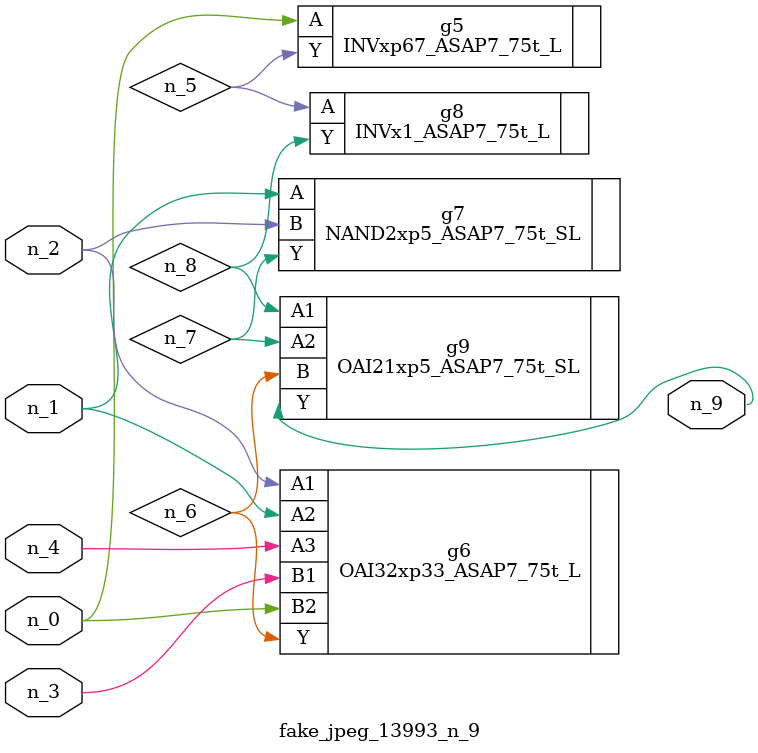
<source format=v>
module fake_jpeg_13993_n_9 (n_3, n_2, n_1, n_0, n_4, n_9);

input n_3;
input n_2;
input n_1;
input n_0;
input n_4;

output n_9;

wire n_8;
wire n_6;
wire n_5;
wire n_7;

INVxp67_ASAP7_75t_L g5 ( 
.A(n_0),
.Y(n_5)
);

OAI32xp33_ASAP7_75t_L g6 ( 
.A1(n_2),
.A2(n_1),
.A3(n_4),
.B1(n_3),
.B2(n_0),
.Y(n_6)
);

NAND2xp5_ASAP7_75t_SL g7 ( 
.A(n_1),
.B(n_2),
.Y(n_7)
);

INVx1_ASAP7_75t_L g8 ( 
.A(n_5),
.Y(n_8)
);

OAI21xp5_ASAP7_75t_SL g9 ( 
.A1(n_8),
.A2(n_7),
.B(n_6),
.Y(n_9)
);


endmodule
</source>
